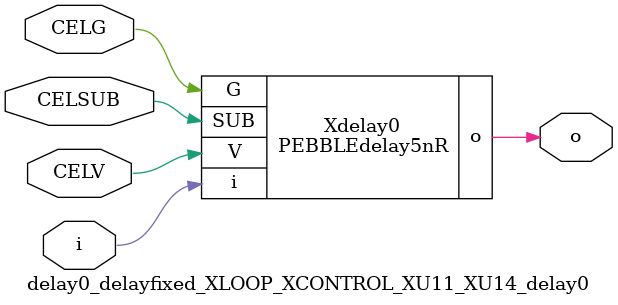
<source format=v>



module PEBBLEdelay5nR ( o, V, G, i, SUB );

  input V;
  input i;
  input G;
  output o;
  input SUB;
endmodule

//Celera Confidential Do Not Copy delay0_delayfixed_XLOOP_XCONTROL_XU11_XU14_delay0
//TYPE: fixed 5ns
module delay0_delayfixed_XLOOP_XCONTROL_XU11_XU14_delay0 (i, CELV, o,
CELG,CELSUB);
input CELV;
input i;
output o;
input CELSUB;
input CELG;

//Celera Confidential Do Not Copy delayfast0
PEBBLEdelay5nR Xdelay0(
.V (CELV),
.i (i),
.o (o),
.G (CELG),
.SUB (CELSUB)
);
//,diesize,PEBBLEdelay5nR

//Celera Confidential Do Not Copy Module End
//Celera Schematic Generator
endmodule

</source>
